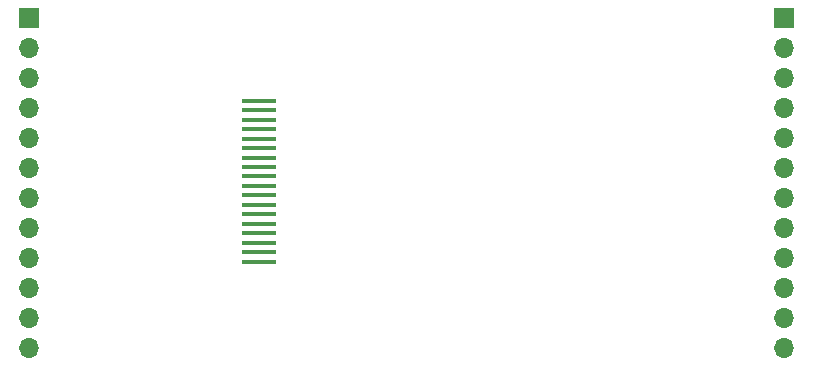
<source format=gbr>
G04 #@! TF.GenerationSoftware,KiCad,Pcbnew,(5.1.0)-1*
G04 #@! TF.CreationDate,2019-08-17T17:24:14+01:00*
G04 #@! TF.ProjectId,lcd_Daughterboard,6c63645f-4461-4756-9768-746572626f61,rev?*
G04 #@! TF.SameCoordinates,Original*
G04 #@! TF.FileFunction,Soldermask,Top*
G04 #@! TF.FilePolarity,Negative*
%FSLAX46Y46*%
G04 Gerber Fmt 4.6, Leading zero omitted, Abs format (unit mm)*
G04 Created by KiCad (PCBNEW (5.1.0)-1) date 2019-08-17 17:24:14*
%MOMM*%
%LPD*%
G04 APERTURE LIST*
%ADD10O,1.700000X1.700000*%
%ADD11R,1.700000X1.700000*%
%ADD12R,3.000000X0.400000*%
G04 APERTURE END LIST*
D10*
X102100000Y-136440000D03*
X102100000Y-133900000D03*
X102100000Y-131360000D03*
X102100000Y-128820000D03*
X102100000Y-126280000D03*
X102100000Y-123740000D03*
X102100000Y-121200000D03*
X102100000Y-118660000D03*
X102100000Y-116120000D03*
X102100000Y-113580000D03*
X102100000Y-111040000D03*
D11*
X102100000Y-108500000D03*
X166000000Y-108500000D03*
D10*
X166000000Y-111040000D03*
X166000000Y-113580000D03*
X166000000Y-116120000D03*
X166000000Y-118660000D03*
X166000000Y-121200000D03*
X166000000Y-123740000D03*
X166000000Y-126280000D03*
X166000000Y-128820000D03*
X166000000Y-131360000D03*
X166000000Y-133900000D03*
X166000000Y-136440000D03*
D12*
X121500000Y-115500000D03*
X121500000Y-116300000D03*
X121500000Y-117100000D03*
X121500000Y-117900000D03*
X121500000Y-118700000D03*
X121500000Y-119500000D03*
X121500000Y-120300000D03*
X121500000Y-121100000D03*
X121500000Y-121900000D03*
X121500000Y-122700000D03*
X121500000Y-123500000D03*
X121500000Y-124300000D03*
X121500000Y-125100000D03*
X121500000Y-125900000D03*
X121500000Y-126700000D03*
X121500000Y-127500000D03*
X121500000Y-128300000D03*
X121500000Y-129100000D03*
M02*

</source>
